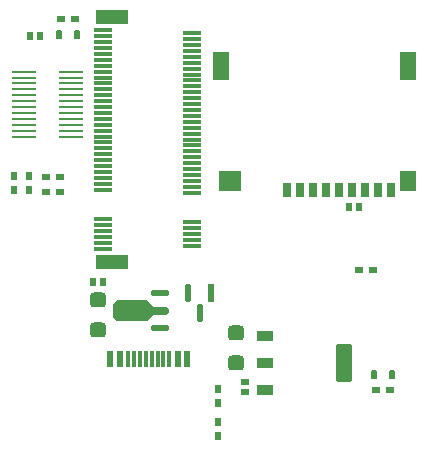
<source format=gtp>
G04*
G04 #@! TF.GenerationSoftware,Altium Limited,Altium Designer,22.7.1 (60)*
G04*
G04 Layer_Color=8421504*
%FSLAX44Y44*%
%MOMM*%
G71*
G04*
G04 #@! TF.SameCoordinates,BBA0BEE0-45CE-4415-A0BC-CE460DC89FB0*
G04*
G04*
G04 #@! TF.FilePolarity,Positive*
G04*
G01*
G75*
G04:AMPARAMS|DCode=21|XSize=0.762mm|YSize=0.5588mm|CornerRadius=0.1397mm|HoleSize=0mm|Usage=FLASHONLY|Rotation=270.000|XOffset=0mm|YOffset=0mm|HoleType=Round|Shape=RoundedRectangle|*
%AMROUNDEDRECTD21*
21,1,0.7620,0.2794,0,0,270.0*
21,1,0.4826,0.5588,0,0,270.0*
1,1,0.2794,-0.1397,-0.2413*
1,1,0.2794,-0.1397,0.2413*
1,1,0.2794,0.1397,0.2413*
1,1,0.2794,0.1397,-0.2413*
%
%ADD21ROUNDEDRECTD21*%
G04:AMPARAMS|DCode=22|XSize=1.27mm|YSize=1.3716mm|CornerRadius=0.3175mm|HoleSize=0mm|Usage=FLASHONLY|Rotation=270.000|XOffset=0mm|YOffset=0mm|HoleType=Round|Shape=RoundedRectangle|*
%AMROUNDEDRECTD22*
21,1,1.2700,0.7366,0,0,270.0*
21,1,0.6350,1.3716,0,0,270.0*
1,1,0.6350,-0.3683,-0.3175*
1,1,0.6350,-0.3683,0.3175*
1,1,0.6350,0.3683,0.3175*
1,1,0.6350,0.3683,-0.3175*
%
%ADD22ROUNDEDRECTD22*%
G04:AMPARAMS|DCode=23|XSize=0.93mm|YSize=1.31mm|CornerRadius=0.0698mm|HoleSize=0mm|Usage=FLASHONLY|Rotation=270.000|XOffset=0mm|YOffset=0mm|HoleType=Round|Shape=RoundedRectangle|*
%AMROUNDEDRECTD23*
21,1,0.9300,1.1705,0,0,270.0*
21,1,0.7905,1.3100,0,0,270.0*
1,1,0.1395,-0.5853,-0.3953*
1,1,0.1395,-0.5853,0.3953*
1,1,0.1395,0.5853,0.3953*
1,1,0.1395,0.5853,-0.3953*
%
%ADD23ROUNDEDRECTD23*%
G04:AMPARAMS|DCode=24|XSize=3.24mm|YSize=1.31mm|CornerRadius=0.0983mm|HoleSize=0mm|Usage=FLASHONLY|Rotation=270.000|XOffset=0mm|YOffset=0mm|HoleType=Round|Shape=RoundedRectangle|*
%AMROUNDEDRECTD24*
21,1,3.2400,1.1135,0,0,270.0*
21,1,3.0435,1.3100,0,0,270.0*
1,1,0.1965,-0.5568,-1.5218*
1,1,0.1965,-0.5568,1.5218*
1,1,0.1965,0.5568,1.5218*
1,1,0.1965,0.5568,-1.5218*
%
%ADD24ROUNDEDRECTD24*%
%ADD25R,0.6000X1.4500*%
%ADD26R,0.3000X1.4500*%
%ADD27R,2.0000X0.2500*%
%ADD28R,1.5500X0.3000*%
G04:AMPARAMS|DCode=29|XSize=0.5588mm|YSize=1.524mm|CornerRadius=0.1397mm|HoleSize=0mm|Usage=FLASHONLY|Rotation=270.000|XOffset=0mm|YOffset=0mm|HoleType=Round|Shape=RoundedRectangle|*
%AMROUNDEDRECTD29*
21,1,0.5588,1.2446,0,0,270.0*
21,1,0.2794,1.5240,0,0,270.0*
1,1,0.2794,-0.6223,-0.1397*
1,1,0.2794,-0.6223,0.1397*
1,1,0.2794,0.6223,0.1397*
1,1,0.2794,0.6223,-0.1397*
%
%ADD29ROUNDEDRECTD29*%
G04:AMPARAMS|DCode=30|XSize=0.6096mm|YSize=1.524mm|CornerRadius=0.1524mm|HoleSize=0mm|Usage=FLASHONLY|Rotation=270.000|XOffset=0mm|YOffset=0mm|HoleType=Round|Shape=RoundedRectangle|*
%AMROUNDEDRECTD30*
21,1,0.6096,1.2192,0,0,270.0*
21,1,0.3048,1.5240,0,0,270.0*
1,1,0.3048,-0.6096,-0.1524*
1,1,0.3048,-0.6096,0.1524*
1,1,0.3048,0.6096,0.1524*
1,1,0.3048,0.6096,-0.1524*
%
%ADD30ROUNDEDRECTD30*%
%ADD31R,0.7000X1.3000*%
%ADD32R,1.4478X1.6510*%
%ADD33R,1.4478X2.4384*%
%ADD34R,1.8542X1.6510*%
%ADD35R,2.7500X1.2000*%
G04:AMPARAMS|DCode=36|XSize=1.5744mm|YSize=0.5758mm|CornerRadius=0.2879mm|HoleSize=0mm|Usage=FLASHONLY|Rotation=270.000|XOffset=0mm|YOffset=0mm|HoleType=Round|Shape=RoundedRectangle|*
%AMROUNDEDRECTD36*
21,1,1.5744,0.0000,0,0,270.0*
21,1,0.9985,0.5758,0,0,270.0*
1,1,0.5758,0.0000,-0.4993*
1,1,0.5758,0.0000,0.4993*
1,1,0.5758,0.0000,0.4993*
1,1,0.5758,0.0000,-0.4993*
%
%ADD36ROUNDEDRECTD36*%
%ADD37R,0.5758X1.5744*%
%ADD38R,0.7500X0.6000*%
%ADD39R,0.6400X0.6000*%
%ADD40R,0.6000X0.6400*%
%ADD41R,0.6000X0.7500*%
G36*
X127000Y123189D02*
X126999Y118109D01*
X120650Y111760D01*
X95250Y111759D01*
X91439Y115570D01*
X91440Y125730D01*
X95250Y129540D01*
X120651Y129541D01*
X127000Y123189D01*
D02*
G37*
D21*
X45720Y353822D02*
D03*
X60960D02*
D03*
X312420Y66040D02*
D03*
X327660D02*
D03*
D22*
X195580Y76200D02*
D03*
Y101600D02*
D03*
X78740Y129540D02*
D03*
Y104140D02*
D03*
D23*
X220550Y99100D02*
D03*
Y76200D02*
D03*
Y53300D02*
D03*
D24*
X287450Y76200D02*
D03*
D25*
X154420Y79700D02*
D03*
X146420D02*
D03*
X97420D02*
D03*
X89420D02*
D03*
D26*
X139420D02*
D03*
X134420D02*
D03*
X129420D02*
D03*
X124420D02*
D03*
X104420D02*
D03*
X109420D02*
D03*
X114420D02*
D03*
X119420D02*
D03*
D27*
X56322Y322902D02*
D03*
Y317902D02*
D03*
Y312902D02*
D03*
Y307902D02*
D03*
Y302902D02*
D03*
Y297902D02*
D03*
Y292902D02*
D03*
Y287902D02*
D03*
Y282902D02*
D03*
Y277902D02*
D03*
Y272902D02*
D03*
X16322Y322902D02*
D03*
Y317902D02*
D03*
Y312902D02*
D03*
Y307902D02*
D03*
Y302902D02*
D03*
Y297902D02*
D03*
Y292902D02*
D03*
Y287902D02*
D03*
Y282902D02*
D03*
Y277902D02*
D03*
Y272902D02*
D03*
Y267902D02*
D03*
X56322Y267902D02*
D03*
D28*
X83140Y172930D02*
D03*
X158640Y175430D02*
D03*
X83140Y177930D02*
D03*
X158640Y180430D02*
D03*
X83140Y182930D02*
D03*
X158640Y185430D02*
D03*
X83140Y187930D02*
D03*
X158640Y190430D02*
D03*
X83140Y192930D02*
D03*
X158640Y195430D02*
D03*
X83140Y197930D02*
D03*
X158640Y220430D02*
D03*
X83140Y222930D02*
D03*
X158640Y225430D02*
D03*
X83140Y227930D02*
D03*
X158640Y230430D02*
D03*
X83140Y232930D02*
D03*
X158640Y235430D02*
D03*
X83140Y237930D02*
D03*
X158640Y240430D02*
D03*
X83140Y242930D02*
D03*
X158640Y245430D02*
D03*
X83140Y247930D02*
D03*
X158640Y250430D02*
D03*
X83140Y252930D02*
D03*
X158640Y255430D02*
D03*
X83140Y257930D02*
D03*
X158640Y260430D02*
D03*
X83140Y262930D02*
D03*
X158640Y265430D02*
D03*
X83140Y267930D02*
D03*
X158640Y270430D02*
D03*
X83140Y272930D02*
D03*
X158640Y275430D02*
D03*
X83140Y277930D02*
D03*
X158640Y280430D02*
D03*
X83140Y282930D02*
D03*
X158640Y285430D02*
D03*
X83140Y287930D02*
D03*
X158640Y290430D02*
D03*
X83140Y292930D02*
D03*
X158640Y295430D02*
D03*
X83140Y297930D02*
D03*
X158640Y300430D02*
D03*
X83140Y302930D02*
D03*
X158640Y305430D02*
D03*
X83140Y307930D02*
D03*
X158640Y310430D02*
D03*
X83140Y312930D02*
D03*
X158640Y315430D02*
D03*
X83140Y317930D02*
D03*
X158640Y320430D02*
D03*
X83140Y322930D02*
D03*
X158640Y325430D02*
D03*
X83140Y327930D02*
D03*
X158640Y330430D02*
D03*
X83140Y332930D02*
D03*
X158640Y335430D02*
D03*
X83140Y337930D02*
D03*
X158640Y340430D02*
D03*
X83140Y342930D02*
D03*
X158640Y345430D02*
D03*
X83140Y347930D02*
D03*
Y352930D02*
D03*
X158640Y355430D02*
D03*
X83140Y357930D02*
D03*
X158640Y350430D02*
D03*
D29*
X131826Y135650D02*
D03*
Y105650D02*
D03*
D30*
Y120650D02*
D03*
D31*
X239322Y222902D02*
D03*
X250322D02*
D03*
X261322D02*
D03*
X272322D02*
D03*
X283322D02*
D03*
X294322D02*
D03*
X305322D02*
D03*
X316322D02*
D03*
X327322D02*
D03*
D32*
X341506Y230640D02*
D03*
D33*
Y327640D02*
D03*
X183258D02*
D03*
D34*
X191008Y230640D02*
D03*
D35*
X90890Y368930D02*
D03*
Y161930D02*
D03*
D36*
X165100Y118149D02*
D03*
X155600Y135851D02*
D03*
D37*
X174600D02*
D03*
D38*
X47844Y367284D02*
D03*
X59344D02*
D03*
X325790Y53340D02*
D03*
X314290D02*
D03*
X300320Y154940D02*
D03*
X311820D02*
D03*
X34890Y220980D02*
D03*
X46390D02*
D03*
X34890Y233680D02*
D03*
X46390D02*
D03*
D39*
X203200Y51480D02*
D03*
Y60280D02*
D03*
D40*
X74340Y144780D02*
D03*
X83140D02*
D03*
X29800Y353060D02*
D03*
X21000D02*
D03*
X300310Y208280D02*
D03*
X291510D02*
D03*
D41*
X7620Y222850D02*
D03*
Y234350D02*
D03*
X20320Y222850D02*
D03*
Y234350D02*
D03*
X180340Y42510D02*
D03*
Y54010D02*
D03*
Y14570D02*
D03*
Y26070D02*
D03*
M02*

</source>
